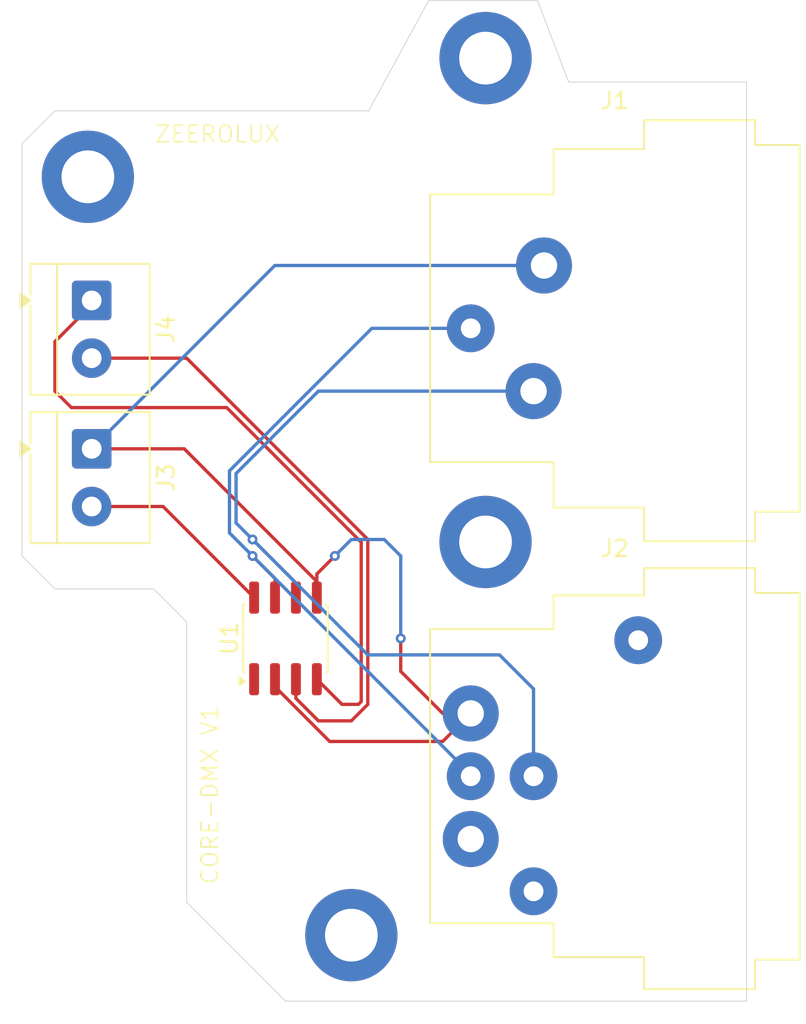
<source format=kicad_pcb>
(kicad_pcb (version 20241229) (generator "pcbnew") (generator_version "9.0")
  (layers (0 "F.Cu" signal) (2 "B.Cu" signal) (13 "F.Paste" user) (15 "B.Paste" user) (5 "F.SilkS" user "F.Silkscreen") (7 "B.SilkS" user "B.Silkscreen") (1 "F.Mask" user) (3 "B.Mask" user) (25 "Edge.Cuts" user))
  (net 0 "")
  (net 1 "D+")
  (net 2 "GND")
  (net 3 "D-")
  (net 6 "+5V")
  (net 7 "Din")
  (net 8 "Denable")
  (footprint "Package_SO:SOIC-8_3.9x4.9mm_P1.27mm" (layer "F.Cu") (at 86 51 90)
    (property "Reference" "U1" (at 0 -3.4 90) (layer "F.SilkS"))
    (property "Value" "MAX485E")
    (fp_line (start 2.06 -2.56) (end 2.06 -2.465) (stroke (width 0.12)) (layer "F.SilkS"))
    (fp_line (start -2.06 -2.56) (end 2.06 -2.56) (stroke (width 0.12)) (layer "F.SilkS"))
    (fp_line (start -2.06 -2.465) (end -2.06 -2.56) (stroke (width 0.12)) (layer "F.SilkS"))
    (fp_line (start 2.06 2.465) (end 2.06 2.56) (stroke (width 0.12)) (layer "F.SilkS"))
    (fp_line (start 2.06 2.56) (end -2.06 2.56) (stroke (width 0.12)) (layer "F.SilkS"))
    (fp_line (start -2.06 2.56) (end -2.06 2.465) (stroke (width 0.12)) (layer "F.SilkS"))
    (fp_poly (pts (xy -2.6 -2.47) (xy -2.84 -2.8) (xy -2.36 -2.8)) (stroke (width 0.12)) (fill yes) (layer "F.SilkS"))
    (pad "1" smd roundrect (at -2.475 -1.905 90) (size 1.95 0.6) (layers "F.Cu" "F.Mask" "F.Paste"))
    (pad "2" smd roundrect (at -2.475 -0.635 90) (size 1.95 0.6) (layers "F.Cu" "F.Mask" "F.Paste") (net 2 "GND"))
    (pad "3" smd roundrect (at -2.475 0.635 90) (size 1.95 0.6) (layers "F.Cu" "F.Mask" "F.Paste") (net 8 "Denable"))
    (pad "4" smd roundrect (at -2.475 1.905 90) (size 1.95 0.6) (layers "F.Cu" "F.Mask" "F.Paste") (net 7 "Din"))
    (pad "5" smd roundrect (at 2.475 1.905 90) (size 1.95 0.6) (layers "F.Cu" "F.Mask" "F.Paste") (net 2 "GND"))
    (pad "6" smd roundrect (at 2.475 0.635 90) (size 1.95 0.6) (layers "F.Cu" "F.Mask" "F.Paste") (net 3 "D-"))
    (pad "7" smd roundrect (at 2.475 -0.635 90) (size 1.95 0.6) (layers "F.Cu" "F.Mask" "F.Paste") (net 1 "D+"))
    (pad "8" smd roundrect (at 2.475 -1.905 90) (size 1.95 0.6) (layers "F.Cu" "F.Mask" "F.Paste") (net 6 "+5V"))
  )
  (footprint "TerminalBlock_4Ucon:TerminalBlock_4Ucon_1x02_P3.50mm_Horizontal" (layer "F.Cu") (at 74.2325 39.5 -90)
    (property "Reference" "J3" (at 1.75 -4.52 90) (layer "F.SilkS"))
    (property "Value" "Screw_Terminal_01x02")
    (fp_line (start -2.22 3.72) (end -2.22 -3.52) (stroke (width 0.12)) (layer "F.SilkS"))
    (fp_line (start -0.3 3.72) (end -2.22 3.72) (stroke (width 0.12)) (layer "F.SilkS"))
    (fp_line (start 5.72 3.72) (end 0.3 3.72) (stroke (width 0.12)) (layer "F.SilkS"))
    (fp_line (start -2.22 2.1) (end 5.72 2.1) (stroke (width 0.12)) (layer "F.SilkS"))
    (fp_line (start -2.22 -3.52) (end 5.72 -3.52) (stroke (width 0.12)) (layer "F.SilkS"))
    (fp_line (start 5.72 -3.52) (end 5.72 3.72) (stroke (width 0.12)) (layer "F.SilkS"))
    (fp_poly (pts (xy 0 3.72) (xy 0.44 4.33) (xy -0.44 4.33)) (stroke (width 0.12)) (fill yes) (layer "F.SilkS"))
    (pad "1" thru_hole roundrect (at 0 0 270) (size 2.4 2.4) (drill 1.2) (layers "*.Cu" "*.Mask") (roundrect_rratio 0.104167) (net 2 "GND"))
    (pad "2" thru_hole circle (at 3.5 0 270) (size 2.4 2.4) (drill 1.2) (layers "*.Cu" "*.Mask") (net 6 "+5V"))
  )
  (footprint "" (layer "F.Cu") (at 74 23)
    (property "Reference" "" (at 0 0 0) (layer "F.SilkS") (effects (font (size 1.27 1.27))))
    (property "Value" "")
    (pad "1" thru_hole circle (at 0 0) (size 5.6 5.6) (drill 3.2) (layers "*.Cu" "*.Mask"))
  )
  (footprint "TerminalBlock_4Ucon:TerminalBlock_4Ucon_1x02_P3.50mm_Horizontal" (layer "F.Cu") (at 74.2325 30.5 -90)
    (property "Reference" "J4" (at 1.75 -4.52 90) (layer "F.SilkS"))
    (property "Value" "Screw_Terminal_01x02")
    (fp_line (start -2.22 3.72) (end -2.22 -3.52) (stroke (width 0.12)) (layer "F.SilkS"))
    (fp_line (start -0.3 3.72) (end -2.22 3.72) (stroke (width 0.12)) (layer "F.SilkS"))
    (fp_line (start 5.72 3.72) (end 0.3 3.72) (stroke (width 0.12)) (layer "F.SilkS"))
    (fp_line (start -2.22 2.1) (end 5.72 2.1) (stroke (width 0.12)) (layer "F.SilkS"))
    (fp_line (start -2.22 -3.52) (end 5.72 -3.52) (stroke (width 0.12)) (layer "F.SilkS"))
    (fp_line (start 5.72 -3.52) (end 5.72 3.72) (stroke (width 0.12)) (layer "F.SilkS"))
    (fp_poly (pts (xy 0 3.72) (xy 0.44 4.33) (xy -0.44 4.33)) (stroke (width 0.12)) (fill yes) (layer "F.SilkS"))
    (pad "1" thru_hole roundrect (at 0 0 270) (size 2.4 2.4) (drill 1.2) (layers "*.Cu" "*.Mask") (roundrect_rratio 0.104167) (net 7 "Din"))
    (pad "2" thru_hole circle (at 3.5 0 270) (size 2.4 2.4) (drill 1.2) (layers "*.Cu" "*.Mask") (net 8 "Denable"))
  )
  (footprint "Connector_Audio:Jack_XLR_Neutrik_NC5FAH-0_Horizontal" (layer "F.Cu") (at 97.25 55.55)
    (property "Reference" "J2" (at 8.75 -10 0) (layer "F.SilkS"))
    (property "Value" "XLR5")
    (fp_line (start -2.47 -5.11) (end -2.47 12.73) (stroke (width 0.12)) (layer "F.SilkS"))
    (fp_line (start 5.03 -5.11) (end -2.47 -5.11) (stroke (width 0.12)) (layer "F.SilkS"))
    (fp_line (start 5.03 -5.11) (end 5.03 -7.16) (stroke (width 0.12)) (layer "F.SilkS"))
    (fp_line (start 5.03 12.73) (end -2.47 12.73) (stroke (width 0.12)) (layer "F.SilkS"))
    (fp_line (start 5.03 12.73) (end 5.03 14.78) (stroke (width 0.12)) (layer "F.SilkS"))
    (fp_line (start 10.53 -7.16) (end 5.03 -7.16) (stroke (width 0.12)) (layer "F.SilkS"))
    (fp_line (start 10.53 -7.16) (end 10.53 -8.81) (stroke (width 0.12)) (layer "F.SilkS"))
    (fp_line (start 10.53 14.78) (end 5.03 14.78) (stroke (width 0.12)) (layer "F.SilkS"))
    (fp_line (start 10.53 16.73) (end 10.53 14.78) (stroke (width 0.12)) (layer "F.SilkS"))
    (fp_line (start 17.27 -8.81) (end 10.53 -8.81) (stroke (width 0.12)) (layer "F.SilkS"))
    (fp_line (start 17.27 -8.81) (end 17.27 -7.31) (stroke (width 0.12)) (layer "F.SilkS"))
    (fp_line (start 17.27 -7.31) (end 19.97 -7.31) (stroke (width 0.12)) (layer "F.SilkS"))
    (fp_line (start 17.27 14.93) (end 17.27 16.73) (stroke (width 0.12)) (layer "F.SilkS"))
    (fp_line (start 17.27 14.93) (end 19.97 14.93) (stroke (width 0.12)) (layer "F.SilkS"))
    (fp_line (start 17.27 16.73) (end 10.53 16.73) (stroke (width 0.12)) (layer "F.SilkS"))
    (fp_line (start 19.97 -7.31) (end 19.97 14.93) (stroke (width 0.12)) (layer "F.SilkS"))
    (pad "" np_thru_hole circle (at 8.26 7.62) (size 1.6 1.6) (drill 1.6) (layers "*.Cu" "*.Mask"))
    (pad "" np_thru_hole circle (at 13.34 0) (size 1.6 1.6) (drill 1.6) (layers "*.Cu" "*.Mask"))
    (pad "1" thru_hole circle (at 0 0) (size 3.4 3.4) (drill 1.6) (layers "*.Cu" "*.Mask") (net 2 "GND"))
    (pad "2" thru_hole circle (at 3.815 3.81) (size 2.9 2.9) (drill 1.2) (layers "*.Cu" "*.Mask") (net 3 "D-"))
    (pad "3" thru_hole circle (at 0 3.81) (size 2.9 2.9) (drill 1.2) (layers "*.Cu" "*.Mask") (net 1 "D+"))
    (pad "4" thru_hole circle (at 3.815 10.79) (size 2.9 2.9) (drill 1.2) (layers "*.Cu" "*.Mask"))
    (pad "5" thru_hole circle (at 0 7.62) (size 3.4 3.4) (drill 1.6) (layers "*.Cu" "*.Mask"))
    (pad "G" thru_hole circle (at 10.17 -4.44) (size 2.9 2.9) (drill 1.2) (layers "*.Cu" "*.Mask"))
  )
  (footprint "MountingHole:MountingHole_3.2mm_M3_DIN965_Pad" (layer "F.Cu") (at 90 69)
    (property "Reference" "REF**" (hide yes))
    (property "Value" "MountingHole_3.2mm_M3_DIN965_Pad")
    (pad "1" thru_hole circle (at 0 0) (size 5.6 5.6) (drill 3.2) (layers "*.Cu" "*.Mask"))
  )
  (footprint "" (layer "F.Cu") (at 98.15 15.8)
    (property "Reference" "" (at 0 0 0) (layer "F.SilkS") (effects (font (size 1.27 1.27))))
    (property "Value" "")
    (pad "1" thru_hole circle (at 0 0) (size 5.6 5.6) (drill 3.2) (layers "*.Cu" "*.Mask"))
  )
  (footprint "" (layer "F.Cu") (at 98.15 45.15)
    (property "Reference" "" (at 0 0 0) (layer "F.SilkS") (effects (font (size 1.27 1.27))))
    (property "Value" "")
    (pad "1" thru_hole circle (at 0 0) (size 5.6 5.6) (drill 3.2) (layers "*.Cu" "*.Mask"))
  )
  (footprint "Connector_Audio:Jack_XLR_Neutrik_NC3FAH-0_Horizontal" (layer "F.Cu") (at 101.7 28.38)
    (property "Reference" "J1" (at 4.3 -10 0) (layer "F.SilkS"))
    (property "Value" "XLR3")
    (fp_line (start -6.92 -4.31) (end -6.92 11.93) (stroke (width 0.12)) (layer "F.SilkS"))
    (fp_line (start 0.58 -7.06) (end 0.58 -4.31) (stroke (width 0.12)) (layer "F.SilkS"))
    (fp_line (start 0.58 -4.31) (end -6.92 -4.31) (stroke (width 0.12)) (layer "F.SilkS"))
    (fp_line (start 0.58 11.93) (end -6.92 11.93) (stroke (width 0.12)) (layer "F.SilkS"))
    (fp_line (start 0.58 11.93) (end 0.58 14.68) (stroke (width 0.12)) (layer "F.SilkS"))
    (fp_line (start 6.08 -7.06) (end 0.58 -7.06) (stroke (width 0.12)) (layer "F.SilkS"))
    (fp_line (start 6.08 -7.06) (end 6.08 -8.81) (stroke (width 0.12)) (layer "F.SilkS"))
    (fp_line (start 6.08 14.68) (end 0.58 14.68) (stroke (width 0.12)) (layer "F.SilkS"))
    (fp_line (start 6.08 16.73) (end 6.08 14.68) (stroke (width 0.12)) (layer "F.SilkS"))
    (fp_line (start 12.82 -8.81) (end 6.08 -8.81) (stroke (width 0.12)) (layer "F.SilkS"))
    (fp_line (start 12.82 -8.81) (end 12.82 -7.31) (stroke (width 0.12)) (layer "F.SilkS"))
    (fp_line (start 12.82 -7.31) (end 15.52 -7.31) (stroke (width 0.12)) (layer "F.SilkS"))
    (fp_line (start 12.82 14.93) (end 12.82 16.73) (stroke (width 0.12)) (layer "F.SilkS"))
    (fp_line (start 12.82 14.93) (end 15.52 14.93) (stroke (width 0.12)) (layer "F.SilkS"))
    (fp_line (start 12.82 16.73) (end 6.08 16.73) (stroke (width 0.12)) (layer "F.SilkS"))
    (fp_line (start 15.52 -7.31) (end 15.52 14.93) (stroke (width 0.12)) (layer "F.SilkS"))
    (pad "" np_thru_hole circle (at 3.81 7.62) (size 1.6 1.6) (drill 1.6) (layers "*.Cu" "*.Mask"))
    (pad "" np_thru_hole circle (at 8.89 0) (size 1.6 1.6) (drill 1.6) (layers "*.Cu" "*.Mask"))
    (pad "1" thru_hole circle (at 0 0) (size 3.4 3.4) (drill 1.6) (layers "*.Cu" "*.Mask") (net 2 "GND"))
    (pad "2" thru_hole circle (at -0.635 7.62) (size 3.4 3.4) (drill 1.6) (layers "*.Cu" "*.Mask") (net 3 "D-"))
    (pad "3" thru_hole circle (at -4.45 3.81) (size 2.9 2.9) (drill 1.2) (layers "*.Cu" "*.Mask") (net 1 "D+"))
  )
  (gr_line (start 86 73) (end 80 67) (stroke (width 0.05)) (layer "Edge.Cuts"))
  (gr_line (start 72 48) (end 70 46) (stroke (width 0.05)) (layer "Edge.Cuts"))
  (gr_line (start 70 21) (end 72 19) (stroke (width 0.05)) (layer "Edge.Cuts"))
  (gr_line (start 94.7 12.3) (end 101.3 12.3) (stroke (width 0.05)) (layer "Edge.Cuts"))
  (gr_line (start 72 19) (end 91.05 19) (stroke (width 0.05)) (layer "Edge.Cuts"))
  (gr_line (start 78 48) (end 72 48) (stroke (width 0.05)) (layer "Edge.Cuts"))
  (gr_line (start 70 46) (end 70 21) (stroke (width 0.05)) (layer "Edge.Cuts"))
  (gr_line (start 114 17.25) (end 114 73) (stroke (width 0.05)) (layer "Edge.Cuts"))
  (gr_line (start 91.05 19) (end 94.7 12.3) (stroke (width 0.05)) (layer "Edge.Cuts"))
  (gr_line (start 103.2 17.25) (end 114 17.25) (stroke (width 0.05)) (layer "Edge.Cuts"))
  (gr_line (start 103.2 17.25) (end 101.3 12.3) (stroke (width 0.05)) (layer "Edge.Cuts"))
  (gr_line (start 114 73) (end 86 73) (stroke (width 0.05)) (layer "Edge.Cuts"))
  (gr_line (start 80 67) (end 80 50) (stroke (width 0.05)) (layer "Edge.Cuts"))
  (gr_line (start 80 50) (end 78 48) (stroke (width 0.05)) (layer "Edge.Cuts"))
  (gr_text "ZEEROLUX" (at 78 21 0) (layer "F.SilkS") (effects (font (size 1 1) (thickness 0.1)) (justify left bottom)))
  (gr_text "CORE-DMX V1" (at 82 66 90) (layer "F.SilkS") (effects (font (size 1 1) (thickness 0.1)) (justify left bottom)))
  (segment (start 85.365 48.525) (end 85.365 47.365) (width 0.2) (layer "F.Cu") (net 1))
  (segment (start 85.365 47.365) (end 84 46) (width 0.2) (layer "F.Cu") (net 1))
  (via (at 84 46) (size 0.6) (drill 0.3) (layers "F.Cu" "B.Cu") (net 1))
  (segment (start 91.2429 32.19) (end 97.25 32.19) (width 0.2) (layer "B.Cu") (net 1))
  (segment (start 97.25 59.36) (end 97.25 59.25) (width 0.2) (layer "B.Cu") (net 1))
  (segment (start 97.25 59.25) (end 84 46) (width 0.2) (layer "B.Cu") (net 1))
  (segment (start 84 46) (end 82.599 44.599) (width 0.2) (layer "B.Cu") (net 1))
  (segment (start 82.599 40.8339) (end 91.2429 32.19) (width 0.2) (layer "B.Cu") (net 1))
  (segment (start 82.599 44.599) (end 82.599 40.8339) (width 0.2) (layer "B.Cu") (net 1))
  (segment (start 85.365 53.9321) (end 88.6829 57.25) (width 0.2) (layer "F.Cu") (net 2))
  (segment (start 93 51) (end 93 53) (width 0.2) (layer "F.Cu") (net 2))
  (segment (start 79.854999 39.5) (end 74.2325 39.5) (width 0.2) (layer "F.Cu") (net 2))
  (segment (start 87.905 48.525) (end 87.905 47.095) (width 0.2) (layer "F.Cu") (net 2))
  (segment (start 93 53) (end 95.55 55.55) (width 0.2) (layer "F.Cu") (net 2))
  (segment (start 95.55 57.25) (end 97.25 55.55) (width 0.2) (layer "F.Cu") (net 2))
  (segment (start 87.905 48.525) (end 87.905 48.905) (width 0.2) (layer "F.Cu") (net 2))
  (segment (start 87.905 47.550001) (end 79.854999 39.5) (width 0.2) (layer "F.Cu") (net 2))
  (segment (start 85.365 53.475) (end 85.365 53.9321) (width 0.2) (layer "F.Cu") (net 2))
  (segment (start 87.905 47.095) (end 89 46) (width 0.2) (layer "F.Cu") (net 2))
  (segment (start 88.6829 57.25) (end 95.55 57.25) (width 0.2) (layer "F.Cu") (net 2))
  (segment (start 95.55 55.55) (end 97.25 55.55) (width 0.2) (layer "F.Cu") (net 2))
  (segment (start 87.905 48.525) (end 87.905 47.550001) (width 0.2) (layer "F.Cu") (net 2))
  (via (at 93 51) (size 0.6) (drill 0.3) (layers "F.Cu" "B.Cu") (net 2))
  (via (at 89 46) (size 0.6) (drill 0.3) (layers "F.Cu" "B.Cu") (net 2))
  (segment (start 85.3525 28.38) (end 74.2325 39.5) (width 0.2) (layer "B.Cu") (net 2))
  (segment (start 92 45) (end 93 46) (width 0.2) (layer "B.Cu") (net 2))
  (segment (start 93 46) (end 93 51) (width 0.2) (layer "B.Cu") (net 2))
  (segment (start 90 45) (end 92 45) (width 0.2) (layer "B.Cu") (net 2))
  (segment (start 89 46) (end 90 45) (width 0.2) (layer "B.Cu") (net 2))
  (segment (start 101.7 28.38) (end 85.3525 28.38) (width 0.2) (layer "B.Cu") (net 2))
  (segment (start 86.635 47.635) (end 84 45) (width 0.2) (layer "F.Cu") (net 3))
  (segment (start 86.635 48.525) (end 86.635 47.635) (width 0.2) (layer "F.Cu") (net 3))
  (via (at 84 45) (size 0.6) (drill 0.3) (layers "F.Cu" "B.Cu") (net 3))
  (segment (start 101.065 54.065) (end 99 52) (width 0.2) (layer "B.Cu") (net 3))
  (segment (start 88 36) (end 101.065 36) (width 0.2) (layer "B.Cu") (net 3))
  (segment (start 83 44) (end 83 41) (width 0.2) (layer "B.Cu") (net 3))
  (segment (start 91 52) (end 84 45) (width 0.2) (layer "B.Cu") (net 3))
  (segment (start 83 41) (end 88 36) (width 0.2) (layer "B.Cu") (net 3))
  (segment (start 101.065 59.36) (end 101.065 54.065) (width 0.2) (layer "B.Cu") (net 3))
  (segment (start 99 52) (end 91 52) (width 0.2) (layer "B.Cu") (net 3))
  (segment (start 84 45) (end 83 44) (width 0.2) (layer "B.Cu") (net 3))
  (segment (start 78.57 43) (end 74.2325 43) (width 0.2) (layer "F.Cu") (net 6))
  (segment (start 84.095 48.525) (end 78.57 43) (width 0.2) (layer "F.Cu") (net 6))
  (segment (start 82.4329 37) (end 73 37) (width 0.2) (layer "F.Cu") (net 7))
  (segment (start 89.43 55) (end 90.4329 55) (width 0.2) (layer "F.Cu") (net 7))
  (segment (start 90.599 45.1661) (end 82.4329 37) (width 0.2) (layer "F.Cu") (net 7))
  (segment (start 87.905 53.475) (end 89.43 55) (width 0.2) (layer "F.Cu") (net 7))
  (segment (start 90.4329 55) (end 90.599 54.8339) (width 0.2) (layer "F.Cu") (net 7))
  (segment (start 73 37) (end 72 36) (width 0.2) (layer "F.Cu") (net 7))
  (segment (start 72 33) (end 74.2325 30.7675) (width 0.2) (layer "F.Cu") (net 7))
  (segment (start 74.2325 30.7675) (end 74.2325 30.5) (width 0.2) (layer "F.Cu") (net 7))
  (segment (start 90.599 54.8339) (end 90.599 45.1661) (width 0.2) (layer "F.Cu") (net 7))
  (segment (start 72 36) (end 72 33) (width 0.2) (layer "F.Cu") (net 7))
  (segment (start 88 56) (end 90 56) (width 0.2) (layer "F.Cu") (net 8))
  (segment (start 80 34) (end 74.2325 34) (width 0.2) (layer "F.Cu") (net 8))
  (segment (start 90 56) (end 91 55) (width 0.2) (layer "F.Cu") (net 8))
  (segment (start 86.635 53.475) (end 86.635 54.635) (width 0.2) (layer "F.Cu") (net 8))
  (segment (start 91 45) (end 80 34) (width 0.2) (layer "F.Cu") (net 8))
  (segment (start 86.635 54.635) (end 88 56) (width 0.2) (layer "F.Cu") (net 8))
  (segment (start 91 55) (end 91 45) (width 0.2) (layer "F.Cu") (net 8))
)
</source>
